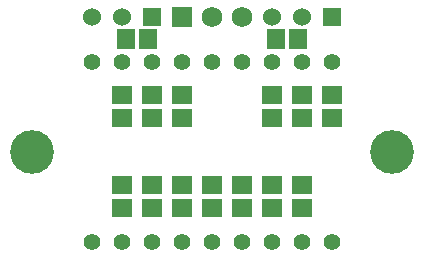
<source format=gbs>
G75*
G70*
%OFA0B0*%
%FSLAX24Y24*%
%IPPOS*%
%LPD*%
%AMOC8*
5,1,8,0,0,1.08239X$1,22.5*
%
%ADD10C,0.1458*%
%ADD11R,0.0671X0.0592*%
%ADD12C,0.0600*%
%ADD13R,0.0600X0.0600*%
%ADD14R,0.0592X0.0671*%
%ADD15R,0.0680X0.0680*%
%ADD16C,0.0680*%
%ADD17C,0.0555*%
D10*
X001850Y004100D03*
X013850Y004100D03*
D11*
X011850Y005226D03*
X010850Y005226D03*
X009850Y005226D03*
X009850Y005974D03*
X010850Y005974D03*
X011850Y005974D03*
X010850Y002974D03*
X010850Y002226D03*
X009850Y002226D03*
X008850Y002226D03*
X007850Y002226D03*
X007850Y002974D03*
X008850Y002974D03*
X009850Y002974D03*
X006850Y002974D03*
X005850Y002974D03*
X005850Y002226D03*
X006850Y002226D03*
X004850Y002226D03*
X004850Y002974D03*
X004850Y005226D03*
X005850Y005226D03*
X006850Y005226D03*
X006850Y005974D03*
X005850Y005974D03*
X004850Y005974D03*
D12*
X004850Y008600D03*
X003850Y008600D03*
X009850Y008600D03*
X010850Y008600D03*
D13*
X011850Y008600D03*
X005850Y008600D03*
D14*
X005724Y007850D03*
X004976Y007850D03*
X009976Y007850D03*
X010724Y007850D03*
D15*
X006850Y008600D03*
D16*
X007850Y008600D03*
X008850Y008600D03*
D17*
X003850Y001100D03*
X004850Y001100D03*
X005850Y001100D03*
X006850Y001100D03*
X007850Y001100D03*
X008850Y001100D03*
X009850Y001100D03*
X010850Y001100D03*
X011850Y001100D03*
X011850Y007100D03*
X010850Y007100D03*
X009850Y007100D03*
X008850Y007100D03*
X007850Y007100D03*
X006850Y007100D03*
X005850Y007100D03*
X004850Y007100D03*
X003850Y007100D03*
M02*

</source>
